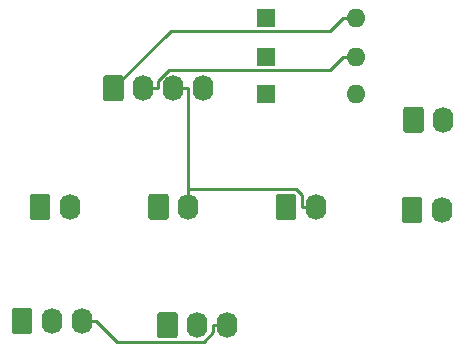
<source format=gbr>
G04 #@! TF.GenerationSoftware,KiCad,Pcbnew,(5.1.5-0-10_14)*
G04 #@! TF.CreationDate,2021-03-15T05:57:46+10:00*
G04 #@! TF.ProjectId,OH - Left Console - 6 - Flight Control Systems Panel ,4f48202d-204c-4656-9674-20436f6e736f,rev?*
G04 #@! TF.SameCoordinates,Original*
G04 #@! TF.FileFunction,Copper,L2,Bot*
G04 #@! TF.FilePolarity,Positive*
%FSLAX46Y46*%
G04 Gerber Fmt 4.6, Leading zero omitted, Abs format (unit mm)*
G04 Created by KiCad (PCBNEW (5.1.5-0-10_14)) date 2021-03-15 05:57:46*
%MOMM*%
%LPD*%
G04 APERTURE LIST*
%ADD10O,1.740000X2.200000*%
%ADD11C,0.100000*%
%ADD12O,1.600000X1.600000*%
%ADD13R,1.600000X1.600000*%
%ADD14C,0.250000*%
G04 APERTURE END LIST*
D10*
X107315000Y-126619000D03*
G04 #@! TA.AperFunction,ComponentPad*
D11*
G36*
X105419505Y-125520204D02*
G01*
X105443773Y-125523804D01*
X105467572Y-125529765D01*
X105490671Y-125538030D01*
X105512850Y-125548520D01*
X105533893Y-125561132D01*
X105553599Y-125575747D01*
X105571777Y-125592223D01*
X105588253Y-125610401D01*
X105602868Y-125630107D01*
X105615480Y-125651150D01*
X105625970Y-125673329D01*
X105634235Y-125696428D01*
X105640196Y-125720227D01*
X105643796Y-125744495D01*
X105645000Y-125768999D01*
X105645000Y-127469001D01*
X105643796Y-127493505D01*
X105640196Y-127517773D01*
X105634235Y-127541572D01*
X105625970Y-127564671D01*
X105615480Y-127586850D01*
X105602868Y-127607893D01*
X105588253Y-127627599D01*
X105571777Y-127645777D01*
X105553599Y-127662253D01*
X105533893Y-127676868D01*
X105512850Y-127689480D01*
X105490671Y-127699970D01*
X105467572Y-127708235D01*
X105443773Y-127714196D01*
X105419505Y-127717796D01*
X105395001Y-127719000D01*
X104154999Y-127719000D01*
X104130495Y-127717796D01*
X104106227Y-127714196D01*
X104082428Y-127708235D01*
X104059329Y-127699970D01*
X104037150Y-127689480D01*
X104016107Y-127676868D01*
X103996401Y-127662253D01*
X103978223Y-127645777D01*
X103961747Y-127627599D01*
X103947132Y-127607893D01*
X103934520Y-127586850D01*
X103924030Y-127564671D01*
X103915765Y-127541572D01*
X103909804Y-127517773D01*
X103906204Y-127493505D01*
X103905000Y-127469001D01*
X103905000Y-125768999D01*
X103906204Y-125744495D01*
X103909804Y-125720227D01*
X103915765Y-125696428D01*
X103924030Y-125673329D01*
X103934520Y-125651150D01*
X103947132Y-125630107D01*
X103961747Y-125610401D01*
X103978223Y-125592223D01*
X103996401Y-125575747D01*
X104016107Y-125561132D01*
X104037150Y-125548520D01*
X104059329Y-125538030D01*
X104082428Y-125529765D01*
X104106227Y-125523804D01*
X104130495Y-125520204D01*
X104154999Y-125519000D01*
X105395001Y-125519000D01*
X105419505Y-125520204D01*
G37*
G04 #@! TD.AperFunction*
D10*
X107442000Y-118999000D03*
G04 #@! TA.AperFunction,ComponentPad*
D11*
G36*
X105546505Y-117900204D02*
G01*
X105570773Y-117903804D01*
X105594572Y-117909765D01*
X105617671Y-117918030D01*
X105639850Y-117928520D01*
X105660893Y-117941132D01*
X105680599Y-117955747D01*
X105698777Y-117972223D01*
X105715253Y-117990401D01*
X105729868Y-118010107D01*
X105742480Y-118031150D01*
X105752970Y-118053329D01*
X105761235Y-118076428D01*
X105767196Y-118100227D01*
X105770796Y-118124495D01*
X105772000Y-118148999D01*
X105772000Y-119849001D01*
X105770796Y-119873505D01*
X105767196Y-119897773D01*
X105761235Y-119921572D01*
X105752970Y-119944671D01*
X105742480Y-119966850D01*
X105729868Y-119987893D01*
X105715253Y-120007599D01*
X105698777Y-120025777D01*
X105680599Y-120042253D01*
X105660893Y-120056868D01*
X105639850Y-120069480D01*
X105617671Y-120079970D01*
X105594572Y-120088235D01*
X105570773Y-120094196D01*
X105546505Y-120097796D01*
X105522001Y-120099000D01*
X104281999Y-120099000D01*
X104257495Y-120097796D01*
X104233227Y-120094196D01*
X104209428Y-120088235D01*
X104186329Y-120079970D01*
X104164150Y-120069480D01*
X104143107Y-120056868D01*
X104123401Y-120042253D01*
X104105223Y-120025777D01*
X104088747Y-120007599D01*
X104074132Y-119987893D01*
X104061520Y-119966850D01*
X104051030Y-119944671D01*
X104042765Y-119921572D01*
X104036804Y-119897773D01*
X104033204Y-119873505D01*
X104032000Y-119849001D01*
X104032000Y-118148999D01*
X104033204Y-118124495D01*
X104036804Y-118100227D01*
X104042765Y-118076428D01*
X104051030Y-118053329D01*
X104061520Y-118031150D01*
X104074132Y-118010107D01*
X104088747Y-117990401D01*
X104105223Y-117972223D01*
X104123401Y-117955747D01*
X104143107Y-117941132D01*
X104164150Y-117928520D01*
X104186329Y-117918030D01*
X104209428Y-117909765D01*
X104233227Y-117903804D01*
X104257495Y-117900204D01*
X104281999Y-117899000D01*
X105522001Y-117899000D01*
X105546505Y-117900204D01*
G37*
G04 #@! TD.AperFunction*
D10*
X75819000Y-126365000D03*
G04 #@! TA.AperFunction,ComponentPad*
D11*
G36*
X73923505Y-125266204D02*
G01*
X73947773Y-125269804D01*
X73971572Y-125275765D01*
X73994671Y-125284030D01*
X74016850Y-125294520D01*
X74037893Y-125307132D01*
X74057599Y-125321747D01*
X74075777Y-125338223D01*
X74092253Y-125356401D01*
X74106868Y-125376107D01*
X74119480Y-125397150D01*
X74129970Y-125419329D01*
X74138235Y-125442428D01*
X74144196Y-125466227D01*
X74147796Y-125490495D01*
X74149000Y-125514999D01*
X74149000Y-127215001D01*
X74147796Y-127239505D01*
X74144196Y-127263773D01*
X74138235Y-127287572D01*
X74129970Y-127310671D01*
X74119480Y-127332850D01*
X74106868Y-127353893D01*
X74092253Y-127373599D01*
X74075777Y-127391777D01*
X74057599Y-127408253D01*
X74037893Y-127422868D01*
X74016850Y-127435480D01*
X73994671Y-127445970D01*
X73971572Y-127454235D01*
X73947773Y-127460196D01*
X73923505Y-127463796D01*
X73899001Y-127465000D01*
X72658999Y-127465000D01*
X72634495Y-127463796D01*
X72610227Y-127460196D01*
X72586428Y-127454235D01*
X72563329Y-127445970D01*
X72541150Y-127435480D01*
X72520107Y-127422868D01*
X72500401Y-127408253D01*
X72482223Y-127391777D01*
X72465747Y-127373599D01*
X72451132Y-127353893D01*
X72438520Y-127332850D01*
X72428030Y-127310671D01*
X72419765Y-127287572D01*
X72413804Y-127263773D01*
X72410204Y-127239505D01*
X72409000Y-127215001D01*
X72409000Y-125514999D01*
X72410204Y-125490495D01*
X72413804Y-125466227D01*
X72419765Y-125442428D01*
X72428030Y-125419329D01*
X72438520Y-125397150D01*
X72451132Y-125376107D01*
X72465747Y-125356401D01*
X72482223Y-125338223D01*
X72500401Y-125321747D01*
X72520107Y-125307132D01*
X72541150Y-125294520D01*
X72563329Y-125284030D01*
X72586428Y-125275765D01*
X72610227Y-125269804D01*
X72634495Y-125266204D01*
X72658999Y-125265000D01*
X73899001Y-125265000D01*
X73923505Y-125266204D01*
G37*
G04 #@! TD.AperFunction*
D10*
X85852000Y-126365000D03*
G04 #@! TA.AperFunction,ComponentPad*
D11*
G36*
X83956505Y-125266204D02*
G01*
X83980773Y-125269804D01*
X84004572Y-125275765D01*
X84027671Y-125284030D01*
X84049850Y-125294520D01*
X84070893Y-125307132D01*
X84090599Y-125321747D01*
X84108777Y-125338223D01*
X84125253Y-125356401D01*
X84139868Y-125376107D01*
X84152480Y-125397150D01*
X84162970Y-125419329D01*
X84171235Y-125442428D01*
X84177196Y-125466227D01*
X84180796Y-125490495D01*
X84182000Y-125514999D01*
X84182000Y-127215001D01*
X84180796Y-127239505D01*
X84177196Y-127263773D01*
X84171235Y-127287572D01*
X84162970Y-127310671D01*
X84152480Y-127332850D01*
X84139868Y-127353893D01*
X84125253Y-127373599D01*
X84108777Y-127391777D01*
X84090599Y-127408253D01*
X84070893Y-127422868D01*
X84049850Y-127435480D01*
X84027671Y-127445970D01*
X84004572Y-127454235D01*
X83980773Y-127460196D01*
X83956505Y-127463796D01*
X83932001Y-127465000D01*
X82691999Y-127465000D01*
X82667495Y-127463796D01*
X82643227Y-127460196D01*
X82619428Y-127454235D01*
X82596329Y-127445970D01*
X82574150Y-127435480D01*
X82553107Y-127422868D01*
X82533401Y-127408253D01*
X82515223Y-127391777D01*
X82498747Y-127373599D01*
X82484132Y-127353893D01*
X82471520Y-127332850D01*
X82461030Y-127310671D01*
X82452765Y-127287572D01*
X82446804Y-127263773D01*
X82443204Y-127239505D01*
X82442000Y-127215001D01*
X82442000Y-125514999D01*
X82443204Y-125490495D01*
X82446804Y-125466227D01*
X82452765Y-125442428D01*
X82461030Y-125419329D01*
X82471520Y-125397150D01*
X82484132Y-125376107D01*
X82498747Y-125356401D01*
X82515223Y-125338223D01*
X82533401Y-125321747D01*
X82553107Y-125307132D01*
X82574150Y-125294520D01*
X82596329Y-125284030D01*
X82619428Y-125275765D01*
X82643227Y-125269804D01*
X82667495Y-125266204D01*
X82691999Y-125265000D01*
X83932001Y-125265000D01*
X83956505Y-125266204D01*
G37*
G04 #@! TD.AperFunction*
D10*
X96647000Y-126365000D03*
G04 #@! TA.AperFunction,ComponentPad*
D11*
G36*
X94751505Y-125266204D02*
G01*
X94775773Y-125269804D01*
X94799572Y-125275765D01*
X94822671Y-125284030D01*
X94844850Y-125294520D01*
X94865893Y-125307132D01*
X94885599Y-125321747D01*
X94903777Y-125338223D01*
X94920253Y-125356401D01*
X94934868Y-125376107D01*
X94947480Y-125397150D01*
X94957970Y-125419329D01*
X94966235Y-125442428D01*
X94972196Y-125466227D01*
X94975796Y-125490495D01*
X94977000Y-125514999D01*
X94977000Y-127215001D01*
X94975796Y-127239505D01*
X94972196Y-127263773D01*
X94966235Y-127287572D01*
X94957970Y-127310671D01*
X94947480Y-127332850D01*
X94934868Y-127353893D01*
X94920253Y-127373599D01*
X94903777Y-127391777D01*
X94885599Y-127408253D01*
X94865893Y-127422868D01*
X94844850Y-127435480D01*
X94822671Y-127445970D01*
X94799572Y-127454235D01*
X94775773Y-127460196D01*
X94751505Y-127463796D01*
X94727001Y-127465000D01*
X93486999Y-127465000D01*
X93462495Y-127463796D01*
X93438227Y-127460196D01*
X93414428Y-127454235D01*
X93391329Y-127445970D01*
X93369150Y-127435480D01*
X93348107Y-127422868D01*
X93328401Y-127408253D01*
X93310223Y-127391777D01*
X93293747Y-127373599D01*
X93279132Y-127353893D01*
X93266520Y-127332850D01*
X93256030Y-127310671D01*
X93247765Y-127287572D01*
X93241804Y-127263773D01*
X93238204Y-127239505D01*
X93237000Y-127215001D01*
X93237000Y-125514999D01*
X93238204Y-125490495D01*
X93241804Y-125466227D01*
X93247765Y-125442428D01*
X93256030Y-125419329D01*
X93266520Y-125397150D01*
X93279132Y-125376107D01*
X93293747Y-125356401D01*
X93310223Y-125338223D01*
X93328401Y-125321747D01*
X93348107Y-125307132D01*
X93369150Y-125294520D01*
X93391329Y-125284030D01*
X93414428Y-125275765D01*
X93438227Y-125269804D01*
X93462495Y-125266204D01*
X93486999Y-125265000D01*
X94727001Y-125265000D01*
X94751505Y-125266204D01*
G37*
G04 #@! TD.AperFunction*
D10*
X89154000Y-136398000D03*
X86614000Y-136398000D03*
G04 #@! TA.AperFunction,ComponentPad*
D11*
G36*
X84718505Y-135299204D02*
G01*
X84742773Y-135302804D01*
X84766572Y-135308765D01*
X84789671Y-135317030D01*
X84811850Y-135327520D01*
X84832893Y-135340132D01*
X84852599Y-135354747D01*
X84870777Y-135371223D01*
X84887253Y-135389401D01*
X84901868Y-135409107D01*
X84914480Y-135430150D01*
X84924970Y-135452329D01*
X84933235Y-135475428D01*
X84939196Y-135499227D01*
X84942796Y-135523495D01*
X84944000Y-135547999D01*
X84944000Y-137248001D01*
X84942796Y-137272505D01*
X84939196Y-137296773D01*
X84933235Y-137320572D01*
X84924970Y-137343671D01*
X84914480Y-137365850D01*
X84901868Y-137386893D01*
X84887253Y-137406599D01*
X84870777Y-137424777D01*
X84852599Y-137441253D01*
X84832893Y-137455868D01*
X84811850Y-137468480D01*
X84789671Y-137478970D01*
X84766572Y-137487235D01*
X84742773Y-137493196D01*
X84718505Y-137496796D01*
X84694001Y-137498000D01*
X83453999Y-137498000D01*
X83429495Y-137496796D01*
X83405227Y-137493196D01*
X83381428Y-137487235D01*
X83358329Y-137478970D01*
X83336150Y-137468480D01*
X83315107Y-137455868D01*
X83295401Y-137441253D01*
X83277223Y-137424777D01*
X83260747Y-137406599D01*
X83246132Y-137386893D01*
X83233520Y-137365850D01*
X83223030Y-137343671D01*
X83214765Y-137320572D01*
X83208804Y-137296773D01*
X83205204Y-137272505D01*
X83204000Y-137248001D01*
X83204000Y-135547999D01*
X83205204Y-135523495D01*
X83208804Y-135499227D01*
X83214765Y-135475428D01*
X83223030Y-135452329D01*
X83233520Y-135430150D01*
X83246132Y-135409107D01*
X83260747Y-135389401D01*
X83277223Y-135371223D01*
X83295401Y-135354747D01*
X83315107Y-135340132D01*
X83336150Y-135327520D01*
X83358329Y-135317030D01*
X83381428Y-135308765D01*
X83405227Y-135302804D01*
X83429495Y-135299204D01*
X83453999Y-135298000D01*
X84694001Y-135298000D01*
X84718505Y-135299204D01*
G37*
G04 #@! TD.AperFunction*
D10*
X76835000Y-136017000D03*
X74295000Y-136017000D03*
G04 #@! TA.AperFunction,ComponentPad*
D11*
G36*
X72399505Y-134918204D02*
G01*
X72423773Y-134921804D01*
X72447572Y-134927765D01*
X72470671Y-134936030D01*
X72492850Y-134946520D01*
X72513893Y-134959132D01*
X72533599Y-134973747D01*
X72551777Y-134990223D01*
X72568253Y-135008401D01*
X72582868Y-135028107D01*
X72595480Y-135049150D01*
X72605970Y-135071329D01*
X72614235Y-135094428D01*
X72620196Y-135118227D01*
X72623796Y-135142495D01*
X72625000Y-135166999D01*
X72625000Y-136867001D01*
X72623796Y-136891505D01*
X72620196Y-136915773D01*
X72614235Y-136939572D01*
X72605970Y-136962671D01*
X72595480Y-136984850D01*
X72582868Y-137005893D01*
X72568253Y-137025599D01*
X72551777Y-137043777D01*
X72533599Y-137060253D01*
X72513893Y-137074868D01*
X72492850Y-137087480D01*
X72470671Y-137097970D01*
X72447572Y-137106235D01*
X72423773Y-137112196D01*
X72399505Y-137115796D01*
X72375001Y-137117000D01*
X71134999Y-137117000D01*
X71110495Y-137115796D01*
X71086227Y-137112196D01*
X71062428Y-137106235D01*
X71039329Y-137097970D01*
X71017150Y-137087480D01*
X70996107Y-137074868D01*
X70976401Y-137060253D01*
X70958223Y-137043777D01*
X70941747Y-137025599D01*
X70927132Y-137005893D01*
X70914520Y-136984850D01*
X70904030Y-136962671D01*
X70895765Y-136939572D01*
X70889804Y-136915773D01*
X70886204Y-136891505D01*
X70885000Y-136867001D01*
X70885000Y-135166999D01*
X70886204Y-135142495D01*
X70889804Y-135118227D01*
X70895765Y-135094428D01*
X70904030Y-135071329D01*
X70914520Y-135049150D01*
X70927132Y-135028107D01*
X70941747Y-135008401D01*
X70958223Y-134990223D01*
X70976401Y-134973747D01*
X70996107Y-134959132D01*
X71017150Y-134946520D01*
X71039329Y-134936030D01*
X71062428Y-134927765D01*
X71086227Y-134921804D01*
X71110495Y-134918204D01*
X71134999Y-134917000D01*
X72375001Y-134917000D01*
X72399505Y-134918204D01*
G37*
G04 #@! TD.AperFunction*
D10*
X87122000Y-116332000D03*
X84582000Y-116332000D03*
X82042000Y-116332000D03*
G04 #@! TA.AperFunction,ComponentPad*
D11*
G36*
X80146505Y-115233204D02*
G01*
X80170773Y-115236804D01*
X80194572Y-115242765D01*
X80217671Y-115251030D01*
X80239850Y-115261520D01*
X80260893Y-115274132D01*
X80280599Y-115288747D01*
X80298777Y-115305223D01*
X80315253Y-115323401D01*
X80329868Y-115343107D01*
X80342480Y-115364150D01*
X80352970Y-115386329D01*
X80361235Y-115409428D01*
X80367196Y-115433227D01*
X80370796Y-115457495D01*
X80372000Y-115481999D01*
X80372000Y-117182001D01*
X80370796Y-117206505D01*
X80367196Y-117230773D01*
X80361235Y-117254572D01*
X80352970Y-117277671D01*
X80342480Y-117299850D01*
X80329868Y-117320893D01*
X80315253Y-117340599D01*
X80298777Y-117358777D01*
X80280599Y-117375253D01*
X80260893Y-117389868D01*
X80239850Y-117402480D01*
X80217671Y-117412970D01*
X80194572Y-117421235D01*
X80170773Y-117427196D01*
X80146505Y-117430796D01*
X80122001Y-117432000D01*
X78881999Y-117432000D01*
X78857495Y-117430796D01*
X78833227Y-117427196D01*
X78809428Y-117421235D01*
X78786329Y-117412970D01*
X78764150Y-117402480D01*
X78743107Y-117389868D01*
X78723401Y-117375253D01*
X78705223Y-117358777D01*
X78688747Y-117340599D01*
X78674132Y-117320893D01*
X78661520Y-117299850D01*
X78651030Y-117277671D01*
X78642765Y-117254572D01*
X78636804Y-117230773D01*
X78633204Y-117206505D01*
X78632000Y-117182001D01*
X78632000Y-115481999D01*
X78633204Y-115457495D01*
X78636804Y-115433227D01*
X78642765Y-115409428D01*
X78651030Y-115386329D01*
X78661520Y-115364150D01*
X78674132Y-115343107D01*
X78688747Y-115323401D01*
X78705223Y-115305223D01*
X78723401Y-115288747D01*
X78743107Y-115274132D01*
X78764150Y-115261520D01*
X78786329Y-115251030D01*
X78809428Y-115242765D01*
X78833227Y-115236804D01*
X78857495Y-115233204D01*
X78881999Y-115232000D01*
X80122001Y-115232000D01*
X80146505Y-115233204D01*
G37*
G04 #@! TD.AperFunction*
D12*
X100076000Y-116840000D03*
D13*
X92456000Y-116840000D03*
D12*
X100076000Y-113665000D03*
D13*
X92456000Y-113665000D03*
D12*
X100076000Y-110363000D03*
D13*
X92456000Y-110363000D03*
D14*
X100076000Y-110363000D02*
X98950700Y-110363000D01*
X98950700Y-110363000D02*
X97825400Y-111488300D01*
X97825400Y-111488300D02*
X84345700Y-111488300D01*
X84345700Y-111488300D02*
X79502000Y-116332000D01*
X82042000Y-116332000D02*
X83237300Y-116332000D01*
X100076000Y-113665000D02*
X98950700Y-113665000D01*
X98950700Y-113665000D02*
X97825400Y-114790300D01*
X97825400Y-114790300D02*
X84181300Y-114790300D01*
X84181300Y-114790300D02*
X83237300Y-115734300D01*
X83237300Y-115734300D02*
X83237300Y-116332000D01*
X85852000Y-124882900D02*
X85852000Y-124939700D01*
X85777300Y-116332000D02*
X85777300Y-124808200D01*
X85777300Y-124808200D02*
X85852000Y-124882900D01*
X85852000Y-124882900D02*
X94940800Y-124882900D01*
X94940800Y-124882900D02*
X95451700Y-125393800D01*
X95451700Y-125393800D02*
X95451700Y-126365000D01*
X96647000Y-126365000D02*
X95451700Y-126365000D01*
X85852000Y-126365000D02*
X85852000Y-124939700D01*
X84582000Y-116332000D02*
X85777300Y-116332000D01*
X89154000Y-136398000D02*
X87958700Y-136398000D01*
X76835000Y-136017000D02*
X78030300Y-136017000D01*
X78030300Y-136017000D02*
X79840400Y-137827100D01*
X79840400Y-137827100D02*
X87127200Y-137827100D01*
X87127200Y-137827100D02*
X87958700Y-136995600D01*
X87958700Y-136995600D02*
X87958700Y-136398000D01*
M02*

</source>
